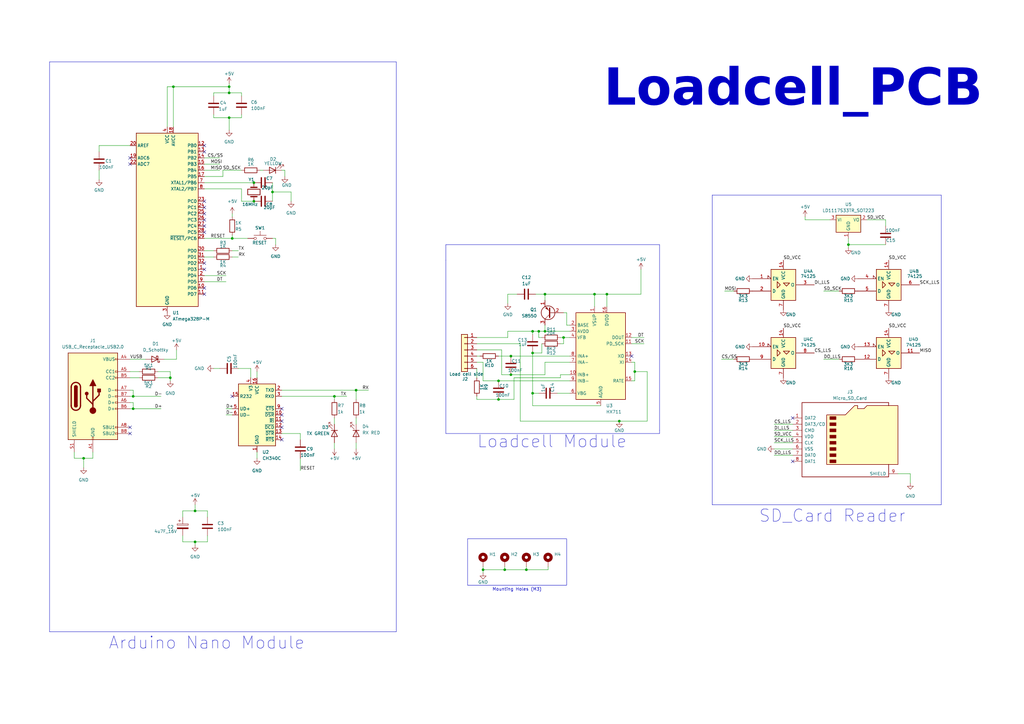
<source format=kicad_sch>
(kicad_sch (version 20230121) (generator eeschema)
  (paper "A3")
  (title_block (title "Loadcell_PCB") (date "2024-02-08") (rev "1.3") (company "NCKU_ISP") (comment 1 "https://hackmd.io/@ispncku/BywRPedI6"))
  (lib_symbols
    (symbol "74xx_IEEE:74125"
      (property "Reference" "U" (at 6.35 6.35 0))
      (property "Value" "74125" (at 2.54 -7.62 0))
      (symbol "74125_0_1"
        (pin power_in line (at 0 10.16 270) (length 3.81) (name "VCC") (number "14"))
        (pin power_in line (at 0 -10.16 90) (length 3.81) (name "GND") (number "7"))
      )
      (symbol "74125_1_0"
        (pin input input_low (at -12.7 2.54 0) (length 7.62) (name "EN") (number "1"))
      )
      (symbol "74125_1_1"
        (pin input line (at -12.7 -2.54 0) (length 7.62) (name "D") (number "2"))
        (pin tri_state line (at 12.7 0 180) (length 7.62) (name "O") (number "3"))
      )
      (symbol "74125_2_0"
        (pin input input_low (at -12.7 2.54 0) (length 7.62) (name "EN") (number "4"))
      )
      (symbol "74125_2_1"
        (pin input line (at -12.7 -2.54 0) (length 7.62) (name "D") (number "5"))
        (pin tri_state line (at 12.7 0 180) (length 7.62) (name "O") (number "6"))
      )
      (symbol "74125_3_0"
        (pin input input_low (at -12.7 2.54 0) (length 7.62) (name "EN") (number "10"))
      )
      (symbol "74125_3_1"
        (pin tri_state line (at 12.7 0 180) (length 7.62) (name "O") (number "8"))
        (pin input line (at -12.7 -2.54 0) (length 7.62) (name "D") (number "9"))
      )
      (symbol "74125_4_0"
        (pin input input_low (at -12.7 2.54 0) (length 7.62) (name "EN") (number "13"))
      )
      (symbol "74125_4_1"
        (pin tri_state line (at 12.7 0 180) (length 7.62) (name "O") (number "11"))
        (pin input line (at -12.7 -2.54 0) (length 7.62) (name "D") (number "12"))
      )
    )
    (symbol "Analog_ADC:HX711"
      (property "Reference" "U" (at 5.08 21.59 0))
      (property "Value" "HX711" (at 7.62 19.05 0))
      (symbol "HX711_1_1"
        (pin power_in line (at -2.54 20.32 270) (length 2.54) (name "VSUP") (number "1"))
        (pin input line (at -12.7 -7.62 0) (length 2.54) (name "INB+") (number "10"))
        (pin input line (at 12.7 5.08 180) (length 2.54) (name "PD_SCK") (number "11"))
        (pin output line (at 12.7 7.62 180) (length 2.54) (name "DOUT") (number "12"))
        (pin passive line (at 12.7 0 180) (length 2.54) (name "XO") (number "13"))
        (pin passive line (at 12.7 -2.54 180) (length 2.54) (name "XI") (number "14"))
        (pin input line (at 12.7 -10.16 180) (length 2.54) (name "RATE") (number "15"))
        (pin power_in line (at 2.54 20.32 270) (length 2.54) (name "DVDD") (number "16"))
        (pin passive line (at -12.7 12.7 0) (length 2.54) (name "BASE") (number "2"))
        (pin power_in line (at -12.7 10.16 0) (length 2.54) (name "AVDD") (number "3"))
        (pin input line (at -12.7 7.62 0) (length 2.54) (name "VFB") (number "4"))
        (pin power_in line (at 0 -20.32 90) (length 2.54) (name "AGND") (number "5"))
        (pin passive line (at -12.7 -15.24 0) (length 2.54) (name "VBG") (number "6"))
        (pin input line (at -12.7 -2.54 0) (length 2.54) (name "INA-") (number "7"))
        (pin input line (at -12.7 0 0) (length 2.54) (name "INA+") (number "8"))
        (pin input line (at -12.7 -10.16 0) (length 2.54) (name "INB-") (number "9"))
      )
    )
    (symbol "Connector:Micro_SD_Card" (pin_names (offset 1.016))
      (property "Reference" "J" (at -16.51 15.24 0))
      (property "Value" "Micro_SD_Card" (at 16.51 15.24 0))
      (symbol "Micro_SD_Card_1_1"
        (pin bidirectional line (at -22.86 7.62 0) (length 3.81) (name "DAT2") (number "1"))
        (pin bidirectional line (at -22.86 5.08 0) (length 3.81) (name "DAT3/CD") (number "2"))
        (pin input line (at -22.86 2.54 0) (length 3.81) (name "CMD") (number "3"))
        (pin power_in line (at -22.86 0 0) (length 3.81) (name "VDD") (number "4"))
        (pin input line (at -22.86 -2.54 0) (length 3.81) (name "CLK") (number "5"))
        (pin power_in line (at -22.86 -5.08 0) (length 3.81) (name "VSS") (number "6"))
        (pin bidirectional line (at -22.86 -7.62 0) (length 3.81) (name "DAT0") (number "7"))
        (pin bidirectional line (at -22.86 -10.16 0) (length 3.81) (name "DAT1") (number "8"))
        (pin passive line (at 20.32 -15.24 180) (length 3.81) (name "SHIELD") (number "9"))
      )
    )
    (symbol "Connector:USB_C_Receptacle_USB2.0" (pin_names (offset 1.016))
      (property "Reference" "J" (at -10.16 19.05 0))
      (property "Value" "USB_C_Receptacle_USB2.0" (at 19.05 19.05 0))
      (symbol "USB_C_Receptacle_USB2.0_1_1"
        (pin passive line (at 0 -22.86 90) (length 5.08) (name "GND") (number "A1"))
        (pin passive line (at 0 -22.86 90) (length 5.08) hide (name "GND") (number "A12"))
        (pin passive line (at 15.24 15.24 180) (length 5.08) (name "VBUS") (number "A4"))
        (pin bidirectional line (at 15.24 10.16 180) (length 5.08) (name "CC1") (number "A5"))
        (pin bidirectional line (at 15.24 -2.54 180) (length 5.08) (name "D+") (number "A6"))
        (pin bidirectional line (at 15.24 2.54 180) (length 5.08) (name "D-") (number "A7"))
        (pin bidirectional line (at 15.24 -12.7 180) (length 5.08) (name "SBU1") (number "A8"))
        (pin passive line (at 15.24 15.24 180) (length 5.08) hide (name "VBUS") (number "A9"))
        (pin passive line (at 0 -22.86 90) (length 5.08) hide (name "GND") (number "B1"))
        (pin passive line (at 0 -22.86 90) (length 5.08) hide (name "GND") (number "B12"))
        (pin passive line (at 15.24 15.24 180) (length 5.08) hide (name "VBUS") (number "B4"))
        (pin bidirectional line (at 15.24 7.62 180) (length 5.08) (name "CC2") (number "B5"))
        (pin bidirectional line (at 15.24 -5.08 180) (length 5.08) (name "D+") (number "B6"))
        (pin bidirectional line (at 15.24 0 180) (length 5.08) (name "D-") (number "B7"))
        (pin bidirectional line (at 15.24 -15.24 180) (length 5.08) (name "SBU2") (number "B8"))
        (pin passive line (at 15.24 15.24 180) (length 5.08) hide (name "VBUS") (number "B9"))
        (pin passive line (at -7.62 -22.86 90) (length 5.08) (name "SHIELD") (number "S1"))
      )
    )
    (symbol "Connector_Generic:Conn_01x06" (pin_names (offset 1.016) hide)
      (property "Reference" "J" (at 0 7.62 0))
      (property "Value" "Conn_01x06" (at 0 -10.16 0))
      (symbol "Conn_01x06_1_1"
        (pin passive line (at -5.08 5.08 0) (length 3.81) (name "Pin_1") (number "1"))
        (pin passive line (at -5.08 2.54 0) (length 3.81) (name "Pin_2") (number "2"))
        (pin passive line (at -5.08 0 0) (length 3.81) (name "Pin_3") (number "3"))
        (pin passive line (at -5.08 -2.54 0) (length 3.81) (name "Pin_4") (number "4"))
        (pin passive line (at -5.08 -5.08 0) (length 3.81) (name "Pin_5") (number "5"))
        (pin passive line (at -5.08 -7.62 0) (length 3.81) (name "Pin_6") (number "6"))
      )
    )
    (symbol "Device:C" (pin_numbers hide) (pin_names (offset 0.254))
      (property "Reference" "C" (at 0.635 2.54 0))
      (property "Value" "C" (at 0.635 -2.54 0))
      (symbol "C_1_1"
        (pin passive line (at 0 3.81 270) (length 2.794) (name "~") (number "1"))
        (pin passive line (at 0 -3.81 90) (length 2.794) (name "~") (number "2"))
      )
    )
    (symbol "Device:C_Polarized" (pin_numbers hide) (pin_names (offset 0.254))
      (property "Reference" "C" (at 0.635 2.54 0))
      (property "Value" "C_Polarized" (at 0.635 -2.54 0))
      (symbol "C_Polarized_1_1"
        (pin passive line (at 0 3.81 270) (length 2.794) (name "~") (number "1"))
        (pin passive line (at 0 -3.81 90) (length 2.794) (name "~") (number "2"))
      )
    )
    (symbol "Device:Crystal" (pin_numbers hide) (pin_names (offset 1.016) hide)
      (property "Reference" "Y" (at 0 3.81 0))
      (property "Value" "Crystal" (at 0 -3.81 0))
      (symbol "Crystal_1_1"
        (pin passive line (at -3.81 0 0) (length 1.27) (name "1") (number "1"))
        (pin passive line (at 3.81 0 180) (length 1.27) (name "2") (number "2"))
      )
    )
    (symbol "Device:D_Schottky" (pin_numbers hide) (pin_names (offset 1.016) hide)
      (property "Reference" "D" (at 0 2.54 0))
      (property "Value" "D_Schottky" (at 0 -2.54 0))
      (symbol "D_Schottky_1_1"
        (pin passive line (at -3.81 0 0) (length 2.54) (name "K") (number "1"))
        (pin passive line (at 3.81 0 180) (length 2.54) (name "A") (number "2"))
      )
    )
    (symbol "Device:LED" (pin_numbers hide) (pin_names (offset 1.016) hide)
      (property "Reference" "D" (at 0 2.54 0))
      (property "Value" "LED" (at 0 -2.54 0))
      (symbol "LED_1_1"
        (pin passive line (at -3.81 0 0) (length 2.54) (name "K") (number "1"))
        (pin passive line (at 3.81 0 180) (length 2.54) (name "A") (number "2"))
      )
    )
    (symbol "Device:R" (pin_numbers hide) (pin_names (offset 0))
      (property "Reference" "R" (at 2.032 0 90))
      (property "Value" "R" (at 0 0 90))
      (symbol "R_1_1"
        (pin passive line (at 0 3.81 270) (length 1.27) (name "~") (number "1"))
        (pin passive line (at 0 -3.81 90) (length 1.27) (name "~") (number "2"))
      )
    )
    (symbol "Interface_USB:CH340C"
      (property "Reference" "U" (at -5.08 13.97 0))
      (property "Value" "CH340C" (at 1.27 13.97 0))
      (symbol "CH340C_1_1"
        (pin power_in line (at 0 -15.24 90) (length 2.54) (name "GND") (number "1"))
        (pin input line (at 10.16 0 180) (length 2.54) (name "~{DSR}") (number "10"))
        (pin input line (at 10.16 -2.54 180) (length 2.54) (name "~{RI}") (number "11"))
        (pin input line (at 10.16 -5.08 180) (length 2.54) (name "~{DCD}") (number "12"))
        (pin output line (at 10.16 -7.62 180) (length 2.54) (name "~{DTR}") (number "13"))
        (pin output line (at 10.16 -10.16 180) (length 2.54) (name "~{RTS}") (number "14"))
        (pin input line (at -10.16 7.62 0) (length 2.54) (name "R232") (number "15"))
        (pin power_in line (at 0 15.24 270) (length 2.54) (name "VCC") (number "16"))
        (pin output line (at 10.16 10.16 180) (length 2.54) (name "TXD") (number "2"))
        (pin input line (at 10.16 7.62 180) (length 2.54) (name "RXD") (number "3"))
        (pin passive line (at -2.54 15.24 270) (length 2.54) (name "V3") (number "4"))
        (pin bidirectional line (at -10.16 2.54 0) (length 2.54) (name "UD+") (number "5"))
        (pin bidirectional line (at -10.16 0 0) (length 2.54) (name "UD-") (number "6"))
        (pin no_connect line (at -7.62 -7.62 0) (length 2.54) hide (name "NC") (number "7"))
        (pin no_connect line (at -7.62 -10.16 0) (length 2.54) hide (name "NC") (number "8"))
        (pin input line (at 10.16 2.54 180) (length 2.54) (name "~{CTS}") (number "9"))
      )
    )
    (symbol "MCU_Microchip_ATmega:ATmega328P-M"
      (property "Reference" "U" (at -12.7 36.83 0))
      (property "Value" "ATmega328P-M" (at 2.54 -36.83 0))
      (symbol "ATmega328P-M_1_1"
        (pin bidirectional line (at 15.24 -20.32 180) (length 2.54) (name "PD3") (number "1"))
        (pin bidirectional line (at 15.24 -27.94 180) (length 2.54) (name "PD6") (number "10"))
        (pin bidirectional line (at 15.24 -30.48 180) (length 2.54) (name "PD7") (number "11"))
        (pin bidirectional line (at 15.24 30.48 180) (length 2.54) (name "PB0") (number "12"))
        (pin bidirectional line (at 15.24 27.94 180) (length 2.54) (name "PB1") (number "13"))
        (pin bidirectional line (at 15.24 25.4 180) (length 2.54) (name "PB2") (number "14"))
        (pin bidirectional line (at 15.24 22.86 180) (length 2.54) (name "PB3") (number "15"))
        (pin bidirectional line (at 15.24 20.32 180) (length 2.54) (name "PB4") (number "16"))
        (pin bidirectional line (at 15.24 17.78 180) (length 2.54) (name "PB5") (number "17"))
        (pin power_in line (at 2.54 38.1 270) (length 2.54) (name "AVCC") (number "18"))
        (pin input line (at -15.24 25.4 0) (length 2.54) (name "ADC6") (number "19"))
        (pin bidirectional line (at 15.24 -22.86 180) (length 2.54) (name "PD4") (number "2"))
        (pin passive line (at -15.24 30.48 0) (length 2.54) (name "AREF") (number "20"))
        (pin passive line (at 0 -38.1 90) (length 2.54) hide (name "GND") (number "21"))
        (pin input line (at -15.24 22.86 0) (length 2.54) (name "ADC7") (number "22"))
        (pin bidirectional line (at 15.24 7.62 180) (length 2.54) (name "PC0") (number "23"))
        (pin bidirectional line (at 15.24 5.08 180) (length 2.54) (name "PC1") (number "24"))
        (pin bidirectional line (at 15.24 2.54 180) (length 2.54) (name "PC2") (number "25"))
        (pin bidirectional line (at 15.24 0 180) (length 2.54) (name "PC3") (number "26"))
        (pin bidirectional line (at 15.24 -2.54 180) (length 2.54) (name "PC4") (number "27"))
        (pin bidirectional line (at 15.24 -5.08 180) (length 2.54) (name "PC5") (number "28"))
        (pin bidirectional line (at 15.24 -7.62 180) (length 2.54) (name "~{RESET}/PC6") (number "29"))
        (pin power_in line (at 0 -38.1 90) (length 2.54) (name "GND") (number "3"))
        (pin bidirectional line (at 15.24 -12.7 180) (length 2.54) (name "PD0") (number "30"))
        (pin bidirectional line (at 15.24 -15.24 180) (length 2.54) (name "PD1") (number "31"))
        (pin bidirectional line (at 15.24 -17.78 180) (length 2.54) (name "PD2") (number "32"))
        (pin passive line (at 0 -38.1 90) (length 2.54) hide (name "GND") (number "33"))
        (pin power_in line (at 0 38.1 270) (length 2.54) (name "VCC") (number "4"))
        (pin passive line (at 0 -38.1 90) (length 2.54) hide (name "GND") (number "5"))
        (pin passive line (at 0 38.1 270) (length 2.54) hide (name "VCC") (number "6"))
        (pin bidirectional line (at 15.24 15.24 180) (length 2.54) (name "XTAL1/PB6") (number "7"))
        (pin bidirectional line (at 15.24 12.7 180) (length 2.54) (name "XTAL2/PB7") (number "8"))
        (pin bidirectional line (at 15.24 -25.4 180) (length 2.54) (name "PD5") (number "9"))
      )
    )
    (symbol "Mechanical:MountingHole_Pad" (pin_numbers hide) (pin_names (offset 1.016) hide)
      (property "Reference" "H" (at 0 6.35 0))
      (property "Value" "MountingHole_Pad" (at 0 4.445 0))
      (symbol "MountingHole_Pad_1_1"
        (pin input line (at 0 -2.54 90) (length 2.54) (name "1") (number "1"))
      )
    )
    (symbol "Regulator_Linear:LD1117S33TR_SOT223"
      (property "Reference" "U" (at -3.81 3.175 0))
      (property "Value" "LD1117S33TR_SOT223" (at 0 3.175 0))
      (symbol "LD1117S33TR_SOT223_1_1"
        (pin power_in line (at 0 -7.62 90) (length 2.54) (name "GND") (number "1"))
        (pin power_out line (at 7.62 0 180) (length 2.54) (name "VO") (number "2"))
        (pin power_in line (at -7.62 0 0) (length 2.54) (name "VI") (number "3"))
      )
    )
    (symbol "Switch:SW_Push" (pin_numbers hide) (pin_names (offset 1.016) hide)
      (property "Reference" "SW" (at 1.27 2.54 0))
      (property "Value" "SW_Push" (at 0 -1.524 0))
      (symbol "SW_Push_0_1"
        (pin passive line (at -5.08 0 0) (length 2.54) (name "1") (number "1"))
        (pin passive line (at 5.08 0 180) (length 2.54) (name "2") (number "2"))
      )
    )
    (symbol "Transistor_BJT:S8550" (pin_names (offset 0) hide)
      (property "Reference" "Q" (at 5.08 1.905 0))
      (property "Value" "S8550" (at 5.08 0 0))
      (symbol "S8550_1_1"
        (pin passive line (at 2.54 -5.08 90) (length 2.54) (name "E") (number "1"))
        (pin input line (at -5.08 0 0) (length 5.08) (name "B") (number "2"))
        (pin passive line (at 2.54 5.08 270) (length 2.54) (name "C") (number "3"))
      )
    )
    (symbol "power:+5V" (power) (pin_names (offset 0))
      (property "Value" "+5V" (at 0 3.556 0))
      (symbol "+5V_1_1"
        (pin power_in line (at 0 0 90) (length 0) hide (name "+5V") (number "1"))
      )
    )
    (symbol "power:GND" (power) (pin_names (offset 0))
      (property "Value" "GND" (at 0 -3.81 0))
      (symbol "GND_1_1"
        (pin power_in line (at 0 0 270) (length 0) hide (name "GND") (number "1"))
      )
    )
  )
  (junction (at 215.9 233.68))
  (junction (at 80.01 209.55))
  (junction (at 220.98 135.89))
  (junction (at 137.16 162.56))
  (junction (at 93.98 48.26))
  (junction (at 254 172.72))
  (junction (at 231.14 138.43))
  (junction (at 104.14 74.93))
  (junction (at 209.55 153.67))
  (junction (at 198.12 233.68))
  (junction (at 260.35 152.4))
  (junction (at 69.85 154.94))
  (junction (at 95.25 97.79))
  (junction (at 204.47 163.83))
  (junction (at 111.76 78.74))
  (junction (at 218.44 135.89))
  (junction (at 146.05 160.02))
  (junction (at 93.98 38.1))
  (junction (at 93.98 35.56))
  (junction (at 34.29 187.96))
  (junction (at 223.52 135.89))
  (junction (at 209.55 146.05))
  (junction (at 80.01 222.25))
  (junction (at 104.14 82.55))
  (junction (at 248.92 120.65))
  (junction (at 54.61 162.56))
  (junction (at 243.84 120.65))
  (junction (at 218.44 144.78))
  (junction (at 54.61 167.64))
  (junction (at 218.44 161.29))
  (junction (at 223.52 120.65))
  (junction (at 204.47 156.21))
  (junction (at 207.01 233.68))
  (junction (at 71.12 35.56))
  (junction (at 347.98 100.33))
  (no_connect (at 53.34 177.8))
  (no_connect (at 83.82 118.11))
  (no_connect (at 83.82 110.49))
  (no_connect (at 115.57 175.26))
  (no_connect (at 83.82 59.69))
  (no_connect (at 325.12 189.23))
  (no_connect (at 53.34 64.77))
  (no_connect (at 115.57 167.64))
  (no_connect (at 83.82 120.65))
  (no_connect (at 83.82 87.63))
  (no_connect (at 83.82 92.71))
  (no_connect (at 83.82 82.55))
  (no_connect (at 259.08 146.05))
  (no_connect (at 83.82 107.95))
  (no_connect (at 83.82 62.23))
  (no_connect (at 53.34 175.26))
  (no_connect (at 83.82 95.25))
  (no_connect (at 115.57 172.72))
  (no_connect (at 83.82 90.17))
  (no_connect (at 325.12 171.45))
  (no_connect (at 95.25 162.56))
  (no_connect (at 53.34 67.31))
  (no_connect (at 115.57 170.18))
  (no_connect (at 115.57 180.34))
  (no_connect (at 83.82 85.09))
  (wire (pts (xy 231.14 140.97) (xy 231.14 138.43)))
  (wire (pts (xy 64.77 152.4) (xy 69.85 152.4)))
  (wire (pts (xy 68.58 35.56) (xy 71.12 35.56)))
  (wire (pts (xy 259.08 140.97) (xy 264.16 140.97)))
  (wire (pts (xy 91.44 69.85) (xy 99.06 69.85)))
  (wire (pts (xy 198.12 156.21) (xy 198.12 148.59)))
  (wire (pts (xy 233.68 156.21) (xy 204.47 156.21)))
  (wire (pts (xy 93.98 34.29) (xy 93.98 35.56)))
  (wire (pts (xy 83.82 105.41) (xy 87.63 105.41)))
  (polyline (pts (xy 182.88 106.68) (xy 182.88 177.8)))
  (wire (pts (xy 220.98 135.89) (xy 220.98 138.43)))
  (wire (pts (xy 347.98 100.33) (xy 363.22 100.33)))
  (wire (pts (xy 205.74 143.51) (xy 195.58 143.51)))
  (wire (pts (xy 232.41 133.35) (xy 233.68 133.35)))
  (wire (pts (xy 223.52 133.35) (xy 223.52 135.89)))
  (wire (pts (xy 215.9 232.41) (xy 215.9 233.68)))
  (wire (pts (xy 119.38 78.74) (xy 119.38 82.55)))
  (wire (pts (xy 317.5 179.07) (xy 325.12 179.07)))
  (wire (pts (xy 337.82 119.38) (xy 344.17 119.38)))
  (wire (pts (xy 224.79 232.41) (xy 224.79 233.68)))
  (wire (pts (xy 53.34 162.56) (xy 54.61 162.56)))
  (wire (pts (xy 92.71 170.18) (xy 95.25 170.18)))
  (wire (pts (xy 80.01 207.01) (xy 80.01 209.55)))
  (wire (pts (xy 219.71 120.65) (xy 223.52 120.65)))
  (wire (pts (xy 213.36 140.97) (xy 195.58 140.97)))
  (wire (pts (xy 54.61 165.1) (xy 53.34 165.1)))
  (wire (pts (xy 262.89 110.49) (xy 262.89 120.65)))
  (wire (pts (xy 260.35 152.4) (xy 260.35 156.21)))
  (wire (pts (xy 137.16 162.56) (xy 142.24 162.56)))
  (wire (pts (xy 34.29 187.96) (xy 38.1 187.96)))
  (wire (pts (xy 212.09 120.65) (xy 208.28 120.65)))
  (wire (pts (xy 243.84 120.65) (xy 248.92 120.65)))
  (wire (pts (xy 223.52 120.65) (xy 243.84 120.65)))
  (polyline (pts (xy 182.88 100.33) (xy 182.88 106.68)))
  (wire (pts (xy 107.95 69.85) (xy 106.68 69.85)))
  (wire (pts (xy 64.77 154.94) (xy 69.85 154.94)))
  (wire (pts (xy 207.01 232.41) (xy 207.01 233.68)))
  (wire (pts (xy 198.12 148.59) (xy 195.58 148.59)))
  (wire (pts (xy 208.28 138.43) (xy 208.28 135.89)))
  (wire (pts (xy 223.52 135.89) (xy 233.68 135.89)))
  (wire (pts (xy 71.12 35.56) (xy 93.98 35.56)))
  (wire (pts (xy 54.61 165.1) (xy 54.61 167.64)))
  (wire (pts (xy 347.98 100.33) (xy 347.98 101.6)))
  (wire (pts (xy 74.93 219.71) (xy 74.93 222.25)))
  (wire (pts (xy 97.79 102.87) (xy 95.25 102.87)))
  (wire (pts (xy 30.48 187.96) (xy 34.29 187.96)))
  (wire (pts (xy 102.87 151.13) (xy 97.79 151.13)))
  (wire (pts (xy 113.03 97.79) (xy 113.03 100.33)))
  (wire (pts (xy 95.25 87.63) (xy 95.25 88.9)))
  (wire (pts (xy 83.82 115.57) (xy 92.71 115.57)))
  (wire (pts (xy 53.34 154.94) (xy 57.15 154.94)))
  (wire (pts (xy 80.01 222.25) (xy 85.09 222.25)))
  (wire (pts (xy 54.61 162.56) (xy 54.61 160.02)))
  (wire (pts (xy 83.82 102.87) (xy 87.63 102.87)))
  (polyline (pts (xy 270.51 100.33) (xy 182.88 100.33)))
  (wire (pts (xy 297.18 119.38) (xy 300.99 119.38)))
  (wire (pts (xy 83.82 64.77) (xy 90.17 64.77)))
  (wire (pts (xy 207.01 233.68) (xy 215.9 233.68)))
  (wire (pts (xy 146.05 173.99) (xy 146.05 171.45)))
  (wire (pts (xy 220.98 135.89) (xy 223.52 135.89)))
  (wire (pts (xy 111.76 74.93) (xy 111.76 78.74)))
  (polyline (pts (xy 270.51 176.53) (xy 270.51 100.33)))
  (wire (pts (xy 87.63 151.13) (xy 90.17 151.13)))
  (wire (pts (xy 208.28 135.89) (xy 218.44 135.89)))
  (wire (pts (xy 80.01 209.55) (xy 74.93 209.55)))
  (wire (pts (xy 265.43 172.72) (xy 265.43 152.4)))
  (polyline (pts (xy 292.1 135.89) (xy 292.1 207.01)))
  (wire (pts (xy 54.61 162.56) (xy 66.04 162.56)))
  (wire (pts (xy 368.3 194.31) (xy 373.38 194.31)))
  (wire (pts (xy 53.34 167.64) (xy 54.61 167.64)))
  (wire (pts (xy 195.58 146.05) (xy 196.85 146.05)))
  (wire (pts (xy 198.12 234.95) (xy 198.12 233.68)))
  (wire (pts (xy 53.34 160.02) (xy 54.61 160.02)))
  (wire (pts (xy 204.47 163.83) (xy 210.82 163.83)))
  (wire (pts (xy 330.2 90.17) (xy 340.36 90.17)))
  (wire (pts (xy 83.82 72.39) (xy 91.44 72.39)))
  (wire (pts (xy 232.41 128.27) (xy 232.41 133.35)))
  (wire (pts (xy 195.58 151.13) (xy 195.58 154.94)))
  (wire (pts (xy 259.08 138.43) (xy 264.16 138.43)))
  (wire (pts (xy 209.55 146.05) (xy 233.68 146.05)))
  (wire (pts (xy 205.74 143.51) (xy 205.74 153.67)))
  (wire (pts (xy 223.52 123.19) (xy 223.52 120.65)))
  (wire (pts (xy 115.57 162.56) (xy 137.16 162.56)))
  (wire (pts (xy 373.38 194.31) (xy 373.38 198.12)))
  (polyline (pts (xy 20.32 259.08) (xy 162.56 259.08)))
  (wire (pts (xy 93.98 48.26) (xy 93.98 53.34)))
  (wire (pts (xy 40.64 59.69) (xy 53.34 59.69)))
  (polyline (pts (xy 20.32 25.4) (xy 162.56 25.4)))
  (wire (pts (xy 93.98 38.1) (xy 87.63 38.1)))
  (wire (pts (xy 215.9 233.68) (xy 224.79 233.68)))
  (wire (pts (xy 97.79 105.41) (xy 95.25 105.41)))
  (wire (pts (xy 195.58 163.83) (xy 204.47 163.83)))
  (wire (pts (xy 111.76 78.74) (xy 111.76 82.55)))
  (wire (pts (xy 113.03 97.79) (xy 111.76 97.79)))
  (wire (pts (xy 330.2 88.9) (xy 330.2 90.17)))
  (wire (pts (xy 95.25 97.79) (xy 101.6 97.79)))
  (wire (pts (xy 223.52 148.59) (xy 223.52 153.67)))
  (wire (pts (xy 67.31 147.32) (xy 72.39 147.32)))
  (wire (pts (xy 218.44 161.29) (xy 220.98 161.29)))
  (wire (pts (xy 83.82 74.93) (xy 104.14 74.93)))
  (polyline (pts (xy 386.08 80.01) (xy 292.1 80.01)))
  (wire (pts (xy 137.16 171.45) (xy 137.16 173.99)))
  (polyline (pts (xy 182.88 177.8) (xy 270.51 177.8)))
  (wire (pts (xy 228.6 161.29) (xy 233.68 161.29)))
  (wire (pts (xy 218.44 166.37) (xy 246.38 166.37)))
  (wire (pts (xy 53.34 147.32) (xy 59.69 147.32)))
  (wire (pts (xy 204.47 156.21) (xy 198.12 156.21)))
  (wire (pts (xy 222.25 144.78) (xy 218.44 144.78)))
  (polyline (pts (xy 162.56 259.08) (xy 162.56 25.4)))
  (wire (pts (xy 295.91 147.32) (xy 300.99 147.32)))
  (wire (pts (xy 123.19 187.96) (xy 123.19 193.04)))
  (wire (pts (xy 93.98 38.1) (xy 99.06 38.1)))
  (wire (pts (xy 92.71 167.64) (xy 95.25 167.64)))
  (wire (pts (xy 30.48 185.42) (xy 30.48 187.96)))
  (wire (pts (xy 102.87 154.94) (xy 102.87 151.13)))
  (wire (pts (xy 229.87 154.94) (xy 229.87 153.67)))
  (wire (pts (xy 210.82 163.83) (xy 210.82 154.94)))
  (wire (pts (xy 363.22 90.17) (xy 355.6 90.17)))
  (wire (pts (xy 85.09 209.55) (xy 80.01 209.55)))
  (wire (pts (xy 317.5 176.53) (xy 325.12 176.53)))
  (wire (pts (xy 317.5 184.15) (xy 325.12 184.15)))
  (wire (pts (xy 137.16 162.56) (xy 137.16 163.83)))
  (wire (pts (xy 317.5 173.99) (xy 325.12 173.99)))
  (wire (pts (xy 115.57 69.85) (xy 116.84 69.85)))
  (wire (pts (xy 34.29 187.96) (xy 34.29 191.77)))
  (wire (pts (xy 74.93 222.25) (xy 80.01 222.25)))
  (wire (pts (xy 233.68 148.59) (xy 223.52 148.59)))
  (wire (pts (xy 137.16 184.15) (xy 137.16 181.61)))
  (wire (pts (xy 198.12 232.41) (xy 198.12 233.68)))
  (wire (pts (xy 91.44 69.85) (xy 91.44 72.39)))
  (wire (pts (xy 213.36 172.72) (xy 254 172.72)))
  (wire (pts (xy 85.09 222.25) (xy 85.09 219.71)))
  (wire (pts (xy 99.06 82.55) (xy 99.06 77.47)))
  (wire (pts (xy 317.5 181.61) (xy 325.12 181.61)))
  (wire (pts (xy 231.14 138.43) (xy 229.87 138.43)))
  (wire (pts (xy 105.41 185.42) (xy 105.41 187.96)))
  (wire (pts (xy 243.84 125.73) (xy 243.84 120.65)))
  (wire (pts (xy 123.19 177.8) (xy 123.19 180.34)))
  (wire (pts (xy 85.09 212.09) (xy 85.09 209.55)))
  (wire (pts (xy 223.52 153.67) (xy 209.55 153.67)))
  (wire (pts (xy 69.85 154.94) (xy 69.85 156.21)))
  (wire (pts (xy 83.82 97.79) (xy 95.25 97.79)))
  (wire (pts (xy 146.05 160.02) (xy 146.05 163.83)))
  (wire (pts (xy 210.82 154.94) (xy 229.87 154.94)))
  (wire (pts (xy 218.44 135.89) (xy 220.98 135.89)))
  (wire (pts (xy 87.63 46.99) (xy 87.63 48.26)))
  (polyline (pts (xy 270.51 176.53) (xy 270.51 177.8)))
  (wire (pts (xy 347.98 97.79) (xy 347.98 100.33)))
  (wire (pts (xy 83.82 113.03) (xy 92.71 113.03)))
  (wire (pts (xy 115.57 160.02) (xy 146.05 160.02)))
  (wire (pts (xy 233.68 138.43) (xy 231.14 138.43)))
  (wire (pts (xy 265.43 152.4) (xy 260.35 152.4)))
  (wire (pts (xy 146.05 160.02) (xy 151.13 160.02)))
  (wire (pts (xy 260.35 156.21) (xy 259.08 156.21)))
  (wire (pts (xy 38.1 187.96) (xy 38.1 185.42)))
  (wire (pts (xy 83.82 69.85) (xy 90.17 69.85)))
  (wire (pts (xy 248.92 125.73) (xy 248.92 120.65)))
  (wire (pts (xy 80.01 222.25) (xy 80.01 223.52)))
  (wire (pts (xy 213.36 140.97) (xy 213.36 172.72)))
  (wire (pts (xy 229.87 140.97) (xy 231.14 140.97)))
  (wire (pts (xy 87.63 48.26) (xy 93.98 48.26)))
  (wire (pts (xy 146.05 184.15) (xy 146.05 181.61)))
  (wire (pts (xy 116.84 69.85) (xy 116.84 72.39)))
  (wire (pts (xy 317.5 186.69) (xy 325.12 186.69)))
  (wire (pts (xy 254 172.72) (xy 265.43 172.72)))
  (wire (pts (xy 93.98 35.56) (xy 93.98 38.1)))
  (wire (pts (xy 93.98 48.26) (xy 99.06 48.26)))
  (wire (pts (xy 105.41 152.4) (xy 105.41 154.94)))
  (wire (pts (xy 231.14 128.27) (xy 232.41 128.27)))
  (wire (pts (xy 68.58 35.56) (xy 68.58 52.07)))
  (wire (pts (xy 248.92 120.65) (xy 262.89 120.65)))
  (wire (pts (xy 208.28 120.65) (xy 208.28 124.46)))
  (wire (pts (xy 363.22 92.71) (xy 363.22 90.17)))
  (wire (pts (xy 40.64 69.85) (xy 40.64 73.66)))
  (wire (pts (xy 95.25 96.52) (xy 95.25 97.79)))
  (wire (pts (xy 115.57 177.8) (xy 123.19 177.8)))
  (wire (pts (xy 195.58 162.56) (xy 195.58 163.83)))
  (wire (pts (xy 74.93 209.55) (xy 74.93 212.09)))
  (wire (pts (xy 337.82 147.32) (xy 344.17 147.32)))
  (wire (pts (xy 195.58 138.43) (xy 208.28 138.43)))
  (polyline (pts (xy 292.1 80.01) (xy 292.1 135.89)))
  (polyline (pts (xy 20.32 25.4) (xy 20.32 259.08)))
  (wire (pts (xy 218.44 137.16) (xy 218.44 135.89)))
  (wire (pts (xy 104.14 82.55) (xy 99.06 82.55)))
  (wire (pts (xy 260.35 148.59) (xy 260.35 152.4)))
  (wire (pts (xy 218.44 144.78) (xy 218.44 161.29)))
  (wire (pts (xy 229.87 153.67) (xy 233.68 153.67)))
  (wire (pts (xy 222.25 138.43) (xy 220.98 138.43)))
  (wire (pts (xy 259.08 148.59) (xy 260.35 148.59)))
  (wire (pts (xy 53.34 152.4) (xy 57.15 152.4)))
  (polyline (pts (xy 386.08 207.01) (xy 386.08 80.01)))
  (wire (pts (xy 218.44 166.37) (xy 218.44 161.29)))
  (wire (pts (xy 204.47 146.05) (xy 209.55 146.05)))
  (wire (pts (xy 99.06 38.1) (xy 99.06 39.37)))
  (polyline (pts (xy 292.1 207.01) (xy 386.08 207.01)))
  (wire (pts (xy 72.39 147.32) (xy 72.39 143.51)))
  (wire (pts (xy 54.61 167.64) (xy 66.04 167.64)))
  (wire (pts (xy 111.76 78.74) (xy 119.38 78.74)))
  (wire (pts (xy 83.82 67.31) (xy 90.17 67.31)))
  (wire (pts (xy 99.06 48.26) (xy 99.06 46.99)))
  (wire (pts (xy 40.64 59.69) (xy 40.64 62.23)))
  (wire (pts (xy 69.85 152.4) (xy 69.85 154.94)))
  (wire (pts (xy 222.25 140.97) (xy 222.25 144.78)))
  (wire (pts (xy 87.63 38.1) (xy 87.63 39.37)))
  (wire (pts (xy 71.12 35.56) (xy 71.12 52.07)))
  (wire (pts (xy 99.06 77.47) (xy 83.82 77.47)))
  (wire (pts (xy 207.01 233.68) (xy 198.12 233.68)))
  (wire (pts (xy 209.55 153.67) (xy 205.74 153.67)))
  (rectangle (start 191.77 220.98) (end 232.41 240.03))
  (text "SD_Card Reader\n" (at 311.15 214.63 0) (effects (font (size 5 5)) (justify left bottom)))
  (text "Loadcell Module\n" (at 195.58 184.15 0) (effects (font (size 5 5)) (justify left bottom)))
  (text "Mounting Holes (M3)\n" (at 201.93 242.57 0) (effects (font (size 1.27 1.27)) (justify left bottom)))
  (text "Arduino Nano Module" (at 44.45 266.7 0) (effects (font (size 5 5)) (justify left bottom)))
  (text "Loadcell_PCB" (at 247.65 49.53 0) (effects (font (size 15 15) (thickness 3) bold) (justify left bottom)))
  (label "DI_LLS" (at 334.01 116.84 0))
  (label "SCK_LLS" (at 317.5 181.61 0))
  (label "MISO" (at 86.36 69.85 0))
  (label "D-" (at 63.5 162.56 0))
  (label "RESET" (at 86.36 97.79 0))
  (label "TX" (at 139.7 162.56 0))
  (label "SD_VCC" (at 364.49 134.62 0))
  (label "SD_VCC" (at 364.49 106.68 0))
  (label "CS_LLS" (at 317.5 173.99 0))
  (label "SCK" (at 260.35 140.97 0))
  (label "RX" (at 148.59 160.02 0))
  (label "VUSB" (at 53.34 147.32 0))
  (label "DO_LLS" (at 317.5 186.69 0))
  (label "CS{slash}SS" (at 295.91 147.32 0))
  (label "SD_SCK" (at 91.44 69.85 0))
  (label "SCK" (at 88.9 113.03 0))
  (label "D+" (at 92.71 167.64 0))
  (label "CS_LLS" (at 334.01 144.78 0))
  (label "CS{slash}SS" (at 85.09 64.77 0))
  (label "DO_LLS" (at 337.82 147.32 0))
  (label "MISO" (at 377.19 144.78 0))
  (label "RESET" (at 123.19 193.04 0))
  (label "SD_SCK" (at 337.82 119.38 0))
  (label "SD_VCC" (at 317.5 179.07 0))
  (label "D+" (at 63.5 167.64 0))
  (label "DT" (at 261.62 138.43 0))
  (label "DT" (at 88.9 115.57 0))
  (label "MOSI" (at 297.18 119.38 0))
  (label "TX" (at 97.79 102.87 0))
  (label "SCK_LLS" (at 377.19 116.84 0))
  (label "SD_VCC" (at 355.6 90.17 0))
  (label "MOSI" (at 86.36 67.31 0))
  (label "SD_VCC" (at 321.31 106.68 0))
  (label "D-" (at 92.71 170.18 0))
  (label "SD_VCC" (at 321.31 134.62 0))
  (label "DI_LLS" (at 317.5 176.53 0))
  (label "RX" (at 97.79 105.41 0))
  (symbol (lib_id "Device:C") (at 85.09 215.9 0) (unit 1)
    (property "Reference" "C3" (at 89.154 214.63 0) (effects (justify left)))
    (property "Value" "100nF" (at 89.154 217.17 0) (effects (justify left)))
    (property "Footprint" "Capacitor_SMD:C_0805_2012Metric_Pad1.18x1.45mm_HandSolder" (effects hide))
  )
  (symbol (lib_id "power:GND") (at 351.79 114.3 270) (unit 1)
    (property "Reference" "#PWR030" (effects hide))
    (property "Value" "GND" (at 346.71 114.3 90))
  )
  (symbol (lib_id "power:+5V") (at 72.39 143.51 0) (unit 1)
    (property "Reference" "#PWR05" (effects hide))
    (property "Value" "+5V" (at 72.39 139.7 0))
  )
  (symbol (lib_id "power:+5V") (at 95.25 87.63 0) (unit 1)
    (property "Reference" "#PWR011" (effects hide))
    (property "Value" "+5V" (at 95.25 82.55 0))
  )
  (symbol (lib_id "power:+5V") (at 262.89 110.49 0) (unit 1)
    (property "Reference" "#PWR022" (effects hide))
    (property "Value" "+5V" (at 262.89 106.426 0))
  )
  (symbol (lib_id "power:GND") (at 69.85 156.21 0) (unit 1)
    (property "Reference" "#PWR04" (effects hide))
    (property "Value" "GND" (at 69.85 161.29 0))
  )
  (symbol (lib_id "Transistor_BJT:S8550") (at 226.06 128.27 180) (unit 1)
    (property "Reference" "Q1" (at 220.218 127 0) (effects (justify left)))
    (property "Value" "S8550" (at 220.218 129.54 0) (effects (justify left)))
    (property "Footprint" "Package_TO_SOT_THT:TO-92_Inline" (effects hide))
    (property "Datasheet" "http://www.unisonic.com.tw/datasheet/S8550.pdf" (effects hide))
  )
  (symbol (lib_id "Device:C") (at 218.44 140.97 180) (unit 1)
    (property "Reference" "C13" (at 212.344 139.446 0) (effects (justify right)))
    (property "Value" "1uF" (at 212.598 141.224 0) (effects (justify right)))
    (property "Footprint" "Capacitor_SMD:C_0805_2012Metric_Pad1.18x1.45mm_HandSolder" (effects hide))
  )
  (symbol (lib_id "power:+5V") (at 137.16 184.15 180) (unit 1)
    (property "Reference" "#PWR017" (effects hide))
    (property "Value" "+5V" (at 137.16 187.96 0))
  )
  (symbol (lib_id "Mechanical:MountingHole_Pad") (at 198.12 229.87 0) (unit 1) (in_bom no)
    (property "Reference" "H1" (at 200.66 227.33 0) (effects (justify left)))
    (property "Value" "MountingHole_Pad" (effects hide))
    (property "Footprint" "MountingHole:MountingHole_3.2mm_M3_Pad" (effects hide))
  )
  (symbol (lib_id "power:GND") (at 68.58 128.27 0) (unit 1)
    (property "Reference" "#PWR03" (effects hide))
    (property "Value" "GND" (at 68.58 133.096 0))
  )
  (symbol (lib_id "74xx_IEEE:74125") (at 364.49 144.78 0) (unit 4)
    (property "Reference" "U4" (at 374.65 139.192 0))
    (property "Value" "74125" (at 374.65 141.478 0))
    (property "Footprint" "Package_SO:SOIC-14_3.9x8.7mm_P1.27mm" (effects hide))
    (property "Datasheet" "https://pdf1.alldatasheet.com/datasheet-pdf/view/1664060/NEXPERIA/74LVC125APW.html" (effects hide))
  )
  (symbol (lib_id "power:+5V") (at 105.41 152.4 0) (unit 1)
    (property "Reference" "#PWR012" (effects hide))
    (property "Value" "+5V" (at 105.41 148.59 0))
  )
  (symbol (lib_id "Device:R") (at 347.98 119.38 90) (unit 1)
    (property "Reference" "R15" (at 347.98 123.19 90))
    (property "Value" "3K3" (at 347.98 121.412 90))
    (property "Footprint" "Resistor_SMD:R_0805_2012Metric_Pad1.20x1.40mm_HandSolder" (effects hide))
  )
  (symbol (lib_id "Device:R") (at 226.06 140.97 90) (unit 1)
    (property "Reference" "R12" (at 226.06 144.78 90))
    (property "Value" "8K2" (at 226.06 143.002 90))
    (property "Footprint" "Resistor_SMD:R_0805_2012Metric_Pad1.20x1.40mm_HandSolder" (effects hide))
  )
  (symbol (lib_id "Device:C") (at 107.95 82.55 90) (unit 1)
    (property "Reference" "C8" (at 110.49 83.82 90))
    (property "Value" "20pF" (at 110.49 85.09 90))
    (property "Footprint" "Capacitor_SMD:C_0805_2012Metric_Pad1.18x1.45mm_HandSolder" (effects hide))
  )
  (symbol (lib_id "Connector:Micro_SD_Card") (at 347.98 179.07 0) (unit 1)
    (property "Reference" "J3" (at 348.615 160.782 0))
    (property "Value" "Micro_SD_Card" (at 348.615 163.322 0))
    (property "Footprint" "Connector_Card:microSD_HC_Hirose_DM3BT-DSF-PEJS" (effects hide))
    (property "Datasheet" "http://katalog.we-online.de/em/datasheet/693072010801.pdf" (effects hide))
  )
  (symbol (lib_id "Interface_USB:CH340C") (at 105.41 170.18 0) (unit 1)
    (property "Reference" "U2" (at 107.6041 185.42 0) (effects (justify left)))
    (property "Value" "CH340C" (at 107.6041 187.96 0) (effects (justify left)))
    (property "Footprint" "Package_SO:SOIC-16_3.9x9.9mm_P1.27mm" (effects hide))
    (property "Datasheet" "https://datasheet.lcsc.com/szlcsc/Jiangsu-Qin-Heng-CH340C_C84681.pdf" (effects hide))
  )
  (symbol (lib_id "Device:R") (at 102.87 69.85 90) (unit 1)
    (property "Reference" "R6" (at 102.87 65.532 90))
    (property "Value" "1K" (at 102.87 67.31 90))
    (property "Footprint" "Resistor_SMD:R_0805_2012Metric_Pad1.20x1.40mm_HandSolder" (effects hide))
  )
  (symbol (lib_id "Device:C") (at 204.47 160.02 180) (unit 1)
    (property "Reference" "C10" (at 204.724 158.242 0) (effects (justify right)))
    (property "Value" "100nF" (at 203.2 162.052 0) (effects (justify right)))
    (property "Footprint" "Capacitor_SMD:C_0805_2012Metric_Pad1.18x1.45mm_HandSolder" (effects hide))
  )
  (symbol (lib_id "power:GND") (at 308.61 142.24 270) (unit 1)
    (property "Reference" "#PWR024" (effects hide))
    (property "Value" "GND" (at 303.53 142.24 90))
  )
  (symbol (lib_id "power:GND") (at 40.64 73.66 0) (unit 1)
    (property "Reference" "#PWR02" (effects hide))
    (property "Value" "GND" (at 40.64 77.978 0))
  )
  (symbol (lib_id "power:GND") (at 208.28 124.46 0) (unit 1)
    (property "Reference" "#PWR020" (effects hide))
    (property "Value" "GND" (at 208.28 129.032 0))
  )
  (symbol (lib_id "Device:C") (at 99.06 43.18 180) (unit 1)
    (property "Reference" "C6" (at 102.87 41.91 0) (effects (justify right)))
    (property "Value" "100nF" (at 102.87 44.45 0) (effects (justify right)))
    (property "Footprint" "Capacitor_SMD:C_0805_2012Metric_Pad1.18x1.45mm_HandSolder" (effects hide))
  )
  (symbol (lib_id "MCU_Microchip_ATmega:ATmega328P-M") (at 68.58 90.17 0) (unit 1)
    (property "Reference" "U1" (at 70.7741 128.27 0) (effects (justify left)))
    (property "Value" "ATmega328P-M" (at 70.7741 130.81 0) (effects (justify left)))
    (property "Footprint" "Package_DFN_QFN:QFN-32-1EP_5x5mm_P0.5mm_EP3.1x3.1mm" (effects hide))
    (property "Datasheet" "http://ww1.microchip.com/downloads/en/DeviceDoc/ATmega328_P%20AVR%20MCU%20with%20picoPower%20Technology%20Data%20Sheet%2040001984A.pdf" (effects hide))
  )
  (symbol (lib_id "power:+5V") (at 93.98 34.29 0) (unit 1)
    (property "Reference" "#PWR09" (effects hide))
    (property "Value" "+5V" (at 93.98 30.226 0))
  )
  (symbol (lib_id "Device:C") (at 215.9 120.65 90) (unit 1)
    (property "Reference" "C12" (at 215.9 113.792 90))
    (property "Value" "1uF" (at 215.9 116.332 90))
    (property "Footprint" "Capacitor_SMD:C_0805_2012Metric_Pad1.18x1.45mm_HandSolder" (effects hide))
  )
  (symbol (lib_id "Device:Crystal") (at 104.14 78.74 90) (unit 1)
    (property "Reference" "Y1" (at 101.854 73.66 90) (effects (justify right)))
    (property "Value" "16MHz" (at 99.314 83.82 90) (effects (justify right)))
    (property "Footprint" "Crystal:Crystal_SMD_HC49-SD_HandSoldering" (effects hide))
  )
  (symbol (lib_id "Device:R") (at 200.66 146.05 90) (unit 1)
    (property "Reference" "R10" (at 200.66 149.86 90))
    (property "Value" "1K" (at 200.66 148.082 90))
    (property "Footprint" "Resistor_SMD:R_0805_2012Metric_Pad1.20x1.40mm_HandSolder" (effects hide))
  )
  (symbol (lib_id "power:+5V") (at 146.05 184.15 180) (unit 1)
    (property "Reference" "#PWR018" (effects hide))
    (property "Value" "+5V" (at 146.05 187.96 0))
  )
  (symbol (lib_id "power:GND") (at 364.49 154.94 0) (unit 1)
    (property "Reference" "#PWR033" (effects hide))
    (property "Value" "GND" (at 367.538 156.972 0))
  )
  (symbol (lib_id "Connector_Generic:Conn_01x06") (at 190.5 143.51 0) (mirror y) (unit 1)
    (property "Reference" "J2" (at 190.754 155.448 0))
    (property "Value" "Load cell side" (at 191.262 153.416 0))
    (property "Footprint" "Connector_PinHeader_2.54mm:PinHeader_1x06_P2.54mm_Horizontal" (effects hide))
  )
  (symbol (lib_id "Device:C") (at 93.98 151.13 90) (unit 1)
    (property "Reference" "C5" (at 93.98 148.59 0) (effects (justify left)))
    (property "Value" "100nF" (at 96.52 151.13 0) (effects (justify left)))
    (property "Footprint" "Capacitor_SMD:C_0805_2012Metric_Pad1.18x1.45mm_HandSolder" (effects hide))
  )
  (symbol (lib_id "Analog_ADC:HX711") (at 246.38 146.05 0) (unit 1)
    (property "Reference" "U3" (at 248.5741 166.37 0) (effects (justify left)))
    (property "Value" "HX711" (at 248.5741 168.91 0) (effects (justify left)))
    (property "Footprint" "Package_SO:SOP-16_3.9x9.9mm_P1.27mm" (effects hide))
    (property "Datasheet" "https://cdn.sparkfun.com/datasheets/Sensors/ForceFlex/hx711_english.pdf" (effects hide))
  )
  (symbol (lib_id "Regulator_Linear:LD1117S33TR_SOT223") (at 347.98 90.17 0) (unit 1)
    (property "Reference" "U5" (at 347.98 83.82 0))
    (property "Value" "LD1117S33TR_SOT223" (at 347.98 86.36 0))
    (property "Footprint" "Package_TO_SOT_SMD:SOT-223-3_TabPin2" (effects hide))
    (property "Datasheet" "http://www.st.com/st-web-ui/static/active/en/resource/technical/document/datasheet/CD00000544.pdf" (effects hide))
  )
  (symbol (lib_id "power:GND") (at 119.38 82.55 0) (unit 1)
    (property "Reference" "#PWR016" (effects hide))
    (property "Value" "GND" (at 119.38 87.376 0))
  )
  (symbol (lib_id "power:GND") (at 80.01 223.52 0) (unit 1)
    (property "Reference" "#PWR07" (effects hide))
    (property "Value" "GND" (at 80.01 228.346 0))
  )
  (symbol (lib_id "power:GND") (at 113.03 100.33 0) (unit 1)
    (property "Reference" "#PWR014" (effects hide))
    (property "Value" "GND" (at 113.03 105.156 0))
  )
  (symbol (lib_id "power:GND") (at 308.61 114.3 270) (unit 1)
    (property "Reference" "#PWR023" (effects hide))
    (property "Value" "GND" (at 303.53 114.3 90))
  )
  (symbol (lib_id "Mechanical:MountingHole_Pad") (at 207.01 229.87 0) (unit 1) (in_bom no)
    (property "Reference" "H2" (at 209.55 227.33 0) (effects (justify left)))
    (property "Value" "MountingHole_Pad" (effects hide))
    (property "Footprint" "MountingHole:MountingHole_3.2mm_M3_Pad" (effects hide))
  )
  (symbol (lib_id "Device:C") (at 123.19 184.15 0) (unit 1)
    (property "Reference" "C9" (at 125.73 184.15 0) (effects (justify left)))
    (property "Value" "100nF" (at 123.19 186.69 0) (effects (justify left)))
    (property "Footprint" "Capacitor_SMD:C_0805_2012Metric_Pad1.18x1.45mm_HandSolder" (effects hide))
  )
  (symbol (lib_id "Device:R") (at 60.96 154.94 90) (unit 1)
    (property "Reference" "R2" (at 60.96 158.496 90))
    (property "Value" "5K1" (at 60.96 156.972 90))
    (property "Footprint" "Resistor_SMD:R_0805_2012Metric_Pad1.20x1.40mm_HandSolder" (effects hide))
  )
  (symbol (lib_id "Switch:SW_Push") (at 106.68 97.79 0) (unit 1)
    (property "Reference" "SW1" (at 106.68 93.472 0))
    (property "Value" "RESET" (at 106.426 99.568 0))
    (property "Footprint" "Button_Switch_SMD:SW_SPST_CK_RS282G05A3" (effects hide))
  )
  (symbol (lib_id "Device:C") (at 363.22 96.52 0) (unit 1)
    (property "Reference" "C15" (at 367.284 98.552 0) (effects (justify right)))
    (property "Value" "100nF" (at 369.316 94.488 0) (effects (justify right)))
    (property "Footprint" "Capacitor_SMD:C_0805_2012Metric_Pad1.18x1.45mm_HandSolder" (effects hide))
  )
  (symbol (lib_id "Device:C_Polarized") (at 74.93 215.9 0) (unit 1)
    (property "Reference" "C2" (at 68.58 216.154 0) (effects (justify left)))
    (property "Value" "4u7F_16V" (at 63.246 217.932 0) (effects (justify left)))
    (property "Footprint" "Capacitor_SMD:CP_Elec_4x3" (effects hide))
  )
  (symbol (lib_id "Device:R") (at 347.98 147.32 90) (unit 1)
    (property "Reference" "R16" (at 347.98 151.13 90))
    (property "Value" "3K3" (at 347.98 149.352 90))
    (property "Footprint" "Resistor_SMD:R_0805_2012Metric_Pad1.20x1.40mm_HandSolder" (effects hide))
  )
  (symbol (lib_id "Device:C") (at 40.64 66.04 0) (unit 1)
    (property "Reference" "C1" (at 43.18 66.04 0) (effects (justify left)))
    (property "Value" "100nF" (at 40.64 68.58 0) (effects (justify left)))
    (property "Footprint" "Capacitor_SMD:C_0805_2012Metric_Pad1.18x1.45mm_HandSolder" (effects hide))
  )
  (symbol (lib_id "Device:LED") (at 111.76 69.85 180) (unit 1)
    (property "Reference" "D2" (at 112.014 65.278 0))
    (property "Value" "YELLOW" (at 112.014 67.056 0))
    (property "Footprint" "LED_SMD:LED_0805_2012Metric_Pad1.15x1.40mm_HandSolder" (effects hide))
  )
  (symbol (lib_id "Device:R") (at 91.44 105.41 90) (unit 1)
    (property "Reference" "R4" (at 91.44 108.966 90))
    (property "Value" "1K" (at 91.44 107.442 90))
    (property "Footprint" "Resistor_SMD:R_0805_2012Metric_Pad1.20x1.40mm_HandSolder" (effects hide))
  )
  (symbol (lib_id "power:GND") (at 105.41 187.96 0) (unit 1)
    (property "Reference" "#PWR013" (effects hide))
    (property "Value" "GND" (at 105.41 193.04 0))
  )
  (symbol (lib_id "power:GND") (at 351.79 142.24 270) (unit 1)
    (property "Reference" "#PWR031" (effects hide))
    (property "Value" "GND" (at 346.71 142.24 90))
  )
  (symbol (lib_id "Device:R") (at 60.96 152.4 90) (unit 1)
    (property "Reference" "R1" (at 60.96 151.13 90))
    (property "Value" "5K1" (at 60.96 149.86 90))
    (property "Footprint" "Resistor_SMD:R_0805_2012Metric_Pad1.20x1.40mm_HandSolder" (effects hide))
  )
  (symbol (lib_id "power:GND") (at 93.98 53.34 0) (unit 1)
    (property "Reference" "#PWR010" (effects hide))
    (property "Value" "GND" (at 93.98 58.166 0))
  )
  (symbol (lib_id "74xx_IEEE:74125") (at 364.49 116.84 0) (unit 2)
    (property "Reference" "U4" (at 374.904 111.252 0))
    (property "Value" "74125" (at 375.158 113.284 0))
    (property "Footprint" "Package_SO:SOIC-14_3.9x8.7mm_P1.27mm" (effects hide))
    (property "Datasheet" "https://pdf1.alldatasheet.com/datasheet-pdf/view/1664060/NEXPERIA/74LVC125APW.html" (effects hide))
  )
  (symbol (lib_id "Device:R") (at 226.06 138.43 90) (unit 1)
    (property "Reference" "R11" (at 226.06 135.128 90))
    (property "Value" "20K" (at 226.06 136.652 90))
    (property "Footprint" "Resistor_SMD:R_0805_2012Metric_Pad1.20x1.40mm_HandSolder" (effects hide))
  )
  (symbol (lib_id "power:GND") (at 254 172.72 0) (unit 1)
    (property "Reference" "#PWR021" (effects hide))
    (property "Value" "GND" (at 254 176.53 0))
  )
  (symbol (lib_id "Device:D_Schottky") (at 63.5 147.32 180) (unit 1)
    (property "Reference" "D1" (at 63.8175 140.97 0))
    (property "Value" "D_Schottky" (at 63.8175 143.51 0))
    (property "Footprint" "LED_SMD:LED_0805_2012Metric_Pad1.15x1.40mm_HandSolder" (effects hide))
  )
  (symbol (lib_id "power:GND") (at 321.31 154.94 0) (unit 1)
    (property "Reference" "#PWR027" (effects hide))
    (property "Value" "GND" (at 324.358 156.972 0))
  )
  (symbol (lib_id "power:GND") (at 347.98 101.6 0) (unit 1)
    (property "Reference" "#PWR029" (effects hide))
    (property "Value" "GND" (at 351.028 103.632 0))
  )
  (symbol (lib_id "Device:R") (at 304.8 119.38 90) (unit 1)
    (property "Reference" "R13" (at 304.8 123.19 90))
    (property "Value" "3K3" (at 304.8 121.412 90))
    (property "Footprint" "Resistor_SMD:R_0805_2012Metric_Pad1.20x1.40mm_HandSolder" (effects hide))
  )
  (symbol (lib_id "power:GND") (at 87.63 151.13 270) (unit 1)
    (property "Reference" "#PWR08" (effects hide))
    (property "Value" "GND" (at 83.82 151.13 90) (effects (justify right)))
  )
  (symbol (lib_id "Mechanical:MountingHole_Pad") (at 215.9 229.87 0) (unit 1) (in_bom no)
    (property "Reference" "H3" (at 218.44 227.33 0) (effects (justify left)))
    (property "Value" "MountingHole_Pad" (effects hide))
    (property "Footprint" "MountingHole:MountingHole_3.2mm_M3_Pad" (effects hide))
  )
  (symbol (lib_id "74xx_IEEE:74125") (at 321.31 144.78 0) (unit 3)
    (property "Reference" "U4" (at 331.47 139.192 0))
    (property "Value" "74125" (at 331.47 141.478 0))
    (property "Footprint" "Package_SO:SOIC-14_3.9x8.7mm_P1.27mm" (effects hide))
    (property "Datasheet" "https://pdf1.alldatasheet.com/datasheet-pdf/view/1664060/NEXPERIA/74LVC125APW.html" (effects hide))
  )
  (symbol (lib_id "power:+5V") (at 80.01 207.01 0) (unit 1)
    (property "Reference" "#PWR06" (effects hide))
    (property "Value" "+5V" (at 80.01 203.2 0))
  )
  (symbol (lib_id "Device:R") (at 95.25 92.71 180) (unit 1)
    (property "Reference" "R5" (at 97.79 93.98 0))
    (property "Value" "1K" (at 97.79 91.44 0))
    (property "Footprint" "Resistor_SMD:R_0805_2012Metric_Pad1.20x1.40mm_HandSolder" (effects hide))
  )
  (symbol (lib_id "Device:LED") (at 137.16 177.8 270) (unit 1)
    (property "Reference" "D3" (at 132.08 175.26 90) (effects (justify left)))
    (property "Value" "TX GREEN" (at 125.73 177.8 90) (effects (justify left)))
    (property "Footprint" "LED_SMD:LED_0805_2012Metric_Pad1.15x1.40mm_HandSolder" (effects hide))
  )
  (symbol (lib_id "power:GND") (at 321.31 127 0) (unit 1)
    (property "Reference" "#PWR026" (effects hide))
    (property "Value" "GND" (at 324.358 129.032 0))
  )
  (symbol (lib_id "Device:C") (at 224.79 161.29 90) (unit 1)
    (property "Reference" "C14" (at 226.568 156.972 0) (effects (justify right)))
    (property "Value" "1uF" (at 222.758 157.226 0) (effects (justify right)))
    (property "Footprint" "Capacitor_SMD:C_0805_2012Metric_Pad1.18x1.45mm_HandSolder" (effects hide))
  )
  (symbol (lib_id "Device:R") (at 304.8 147.32 90) (unit 1)
    (property "Reference" "R14" (at 304.8 151.13 90))
    (property "Value" "3K3" (at 304.8 149.352 90))
    (property "Footprint" "Resistor_SMD:R_0805_2012Metric_Pad1.20x1.40mm_HandSolder" (effects hide))
  )
  (symbol (lib_id "Device:R") (at 91.44 102.87 90) (unit 1)
    (property "Reference" "R3" (at 91.44 99.568 90))
    (property "Value" "1K" (at 91.44 101.092 90))
    (property "Footprint" "Resistor_SMD:R_0805_2012Metric_Pad1.20x1.40mm_HandSolder" (effects hide))
  )
  (symbol (lib_id "Mechanical:MountingHole_Pad") (at 224.79 229.87 0) (unit 1) (in_bom no)
    (property "Reference" "H4" (at 227.33 227.33 0) (effects (justify left)))
    (property "Value" "MountingHole_Pad" (effects hide))
    (property "Footprint" "MountingHole:MountingHole_3.2mm_M3_Pad" (effects hide))
  )
  (symbol (lib_id "power:GND") (at 34.29 191.77 0) (unit 1)
    (property "Reference" "#PWR01" (effects hide))
    (property "Value" "GND" (at 34.29 196.85 0))
  )
  (symbol (lib_id "Device:R") (at 146.05 167.64 180) (unit 1)
    (property "Reference" "R8" (at 147.32 166.37 0) (effects (justify right)))
    (property "Value" "1k" (at 147.32 168.91 0) (effects (justify right)))
    (property "Footprint" "Resistor_SMD:R_0805_2012Metric_Pad1.20x1.40mm_HandSolder" (effects hide))
  )
  (symbol (lib_id "Device:R") (at 195.58 158.75 180) (unit 1)
    (property "Reference" "R9" (at 199.39 158.75 90))
    (property "Value" "1K" (at 197.612 158.75 90))
    (property "Footprint" "Resistor_SMD:R_0805_2012Metric_Pad1.20x1.40mm_HandSolder" (effects hide))
  )
  (symbol (lib_id "Device:LED") (at 146.05 177.8 270) (unit 1)
    (property "Reference" "D4" (at 148.59 174.9425 90) (effects (justify left)))
    (property "Value" "RX RED" (at 148.59 177.4825 90) (effects (justify left)))
    (property "Footprint" "LED_SMD:LED_0805_2012Metric_Pad1.15x1.40mm_HandSolder" (effects hide))
  )
  (symbol (lib_id "Device:C") (at 87.63 43.18 180) (unit 1)
    (property "Reference" "C4" (at 90.17 42.164 0) (effects (justify right)))
    (property "Value" "1uF" (at 89.662 44.704 0) (effects (justify right)))
    (property "Footprint" "Capacitor_SMD:C_0805_2012Metric_Pad1.18x1.45mm_HandSolder" (effects hide))
  )
  (symbol (lib_id "Device:C") (at 209.55 149.86 180) (unit 1)
    (property "Reference" "C11" (at 209.804 148.082 0) (effects (justify right)))
    (property "Value" "100nF" (at 208.28 151.892 0) (effects (justify right)))
    (property "Footprint" "Capacitor_SMD:C_0805_2012Metric_Pad1.18x1.45mm_HandSolder" (effects hide))
  )
  (symbol (lib_id "power:+5V") (at 330.2 88.9 0) (unit 1)
    (property "Reference" "#PWR028" (effects hide))
    (property "Value" "+5V" (at 330.2 84.836 0))
  )
  (symbol (lib_id "power:GND") (at 364.49 127 0) (unit 1)
    (property "Reference" "#PWR032" (effects hide))
    (property "Value" "GND" (at 367.538 129.032 0))
  )
  (symbol (lib_id "power:GND") (at 198.12 234.95 0) (unit 1)
    (property "Reference" "#PWR019" (effects hide))
    (property "Value" "GND" (at 198.12 238.76 0))
  )
  (symbol (lib_id "Device:R") (at 137.16 167.64 180) (unit 1)
    (property "Reference" "R7" (at 138.43 166.37 0) (effects (justify right)))
    (property "Value" "1k" (at 138.43 168.91 0) (effects (justify right)))
    (property "Footprint" "Resistor_SMD:R_0805_2012Metric_Pad1.20x1.40mm_HandSolder" (effects hide))
  )
  (symbol (lib_id "74xx_IEEE:74125") (at 321.31 116.84 0) (unit 1)
    (property "Reference" "U4" (at 331.47 111.252 0))
    (property "Value" "74125" (at 331.47 113.284 0))
    (property "Footprint" "Package_SO:SOIC-14_3.9x8.7mm_P1.27mm" (effects hide))
    (property "Datasheet" "https://pdf1.alldatasheet.com/datasheet-pdf/view/1664060/NEXPERIA/74LVC125APW.html" (effects hide))
  )
  (symbol (lib_id "Connector:USB_C_Receptacle_USB2.0") (at 38.1 162.56 0) (unit 1)
    (property "Reference" "J1" (at 38.1 139.7 0))
    (property "Value" "USB_C_Receptacle_USB2.0" (at 38.1 142.24 0))
    (property "Footprint" "Connector_USB:USB_C_Receptacle_GCT_USB4105-xx-A_16P_TopMnt_Horizontal" (effects hide))
    (property "Datasheet" "https://www.usb.org/sites/default/files/documents/usb_type-c.zip" (effects hide))
  )
  (symbol (lib_id "power:GND") (at 373.38 198.12 0) (unit 1)
    (property "Reference" "#PWR034" (effects hide))
    (property "Value" "GND" (at 373.38 203.454 0))
  )
  (symbol (lib_id "power:GND") (at 317.5 184.15 270) (unit 1)
    (property "Reference" "#PWR025" (effects hide))
    (property "Value" "GND" (at 312.42 184.15 90))
  )
  (symbol (lib_id "Device:C") (at 107.95 74.93 90) (unit 1)
    (property "Reference" "C7" (at 110.49 73.152 90))
    (property "Value" "20pF" (at 109.728 76.962 90))
    (property "Footprint" "Capacitor_SMD:C_0805_2012Metric_Pad1.18x1.45mm_HandSolder" (effects hide))
  )
  (symbol (lib_id "power:GND") (at 116.84 72.39 0) (unit 1)
    (property "Reference" "#PWR015" (effects hide))
    (property "Value" "GND" (at 117.602 75.946 0))
  )
)
</source>
